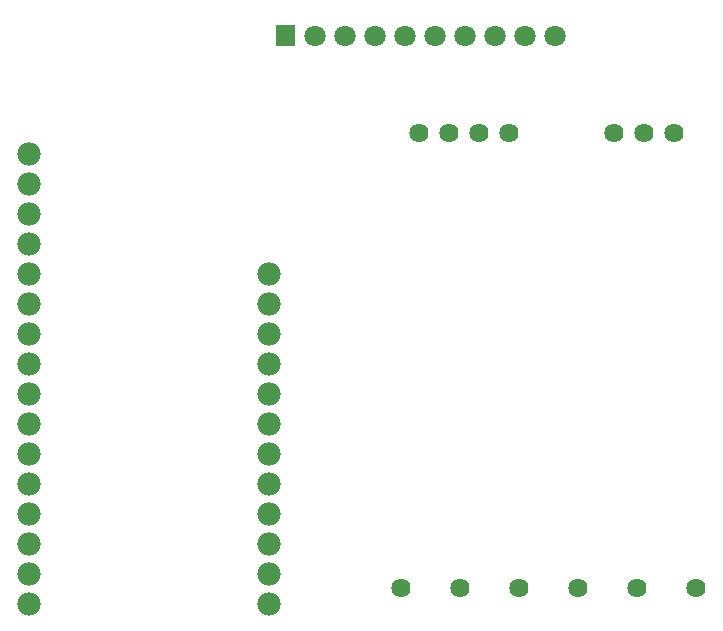
<source format=gts>
G04 Layer: TopSolderMaskLayer*
G04 EasyEDA v6.5.5, 2022-06-07 18:50:17*
G04 7653fe5fde93489792365d8cfc8fd1ed,10*
G04 Gerber Generator version 0.2*
G04 Scale: 100 percent, Rotated: No, Reflected: No *
G04 Dimensions in millimeters *
G04 leading zeros omitted , absolute positions ,4 integer and 5 decimal *
%FSLAX45Y45*%
%MOMM*%

%ADD21C,1.6256*%
%ADD22C,1.9812*%
%ADD23C,1.8016*%

%LPD*%
D21*
G01*
X4460011Y915898D03*
G01*
X4960010Y915898D03*
G01*
X5460009Y915898D03*
G01*
X5960008Y915898D03*
G01*
X6460007Y915898D03*
G01*
X6960006Y915898D03*
G01*
X4609998Y4765903D03*
G01*
X4863998Y4765903D03*
G01*
X5117998Y4765903D03*
G01*
X5371998Y4765903D03*
G01*
X6260007Y4765903D03*
G01*
X6514007Y4765903D03*
G01*
X6768007Y4765903D03*
D22*
G01*
X3340100Y3568700D03*
G01*
X3340100Y3314700D03*
G01*
X3340100Y3060700D03*
G01*
X3340100Y2806700D03*
G01*
X3340100Y2552700D03*
G01*
X3340100Y2298700D03*
G01*
X3340100Y2044700D03*
G01*
X3340100Y1790700D03*
G01*
X3340100Y1536700D03*
G01*
X3340100Y1282700D03*
G01*
X3340100Y1028700D03*
G01*
X3340100Y774700D03*
G01*
X1308100Y3568700D03*
G01*
X1308100Y3314700D03*
G01*
X1308100Y3060700D03*
G01*
X1308100Y2806700D03*
G01*
X1308100Y2552700D03*
G01*
X1308100Y2298700D03*
G01*
X1308100Y2044700D03*
G01*
X1308100Y1790700D03*
G01*
X1308100Y1536700D03*
G01*
X1308100Y1282700D03*
G01*
X1308100Y1028700D03*
G01*
X1308100Y774700D03*
G01*
X1308100Y3822700D03*
G01*
X1308100Y4076700D03*
G01*
X1308100Y4330700D03*
G01*
X1308100Y4584700D03*
D23*
G01*
X5765800Y5588000D03*
G01*
X5511800Y5588000D03*
G01*
X5257800Y5588000D03*
G01*
X5003800Y5588000D03*
G01*
X4749800Y5588000D03*
G01*
X4495800Y5588000D03*
G01*
X4241800Y5588000D03*
G01*
X3987800Y5588000D03*
G01*
X3733800Y5588000D03*
G36*
X3401059Y5497829D02*
G01*
X3401059Y5497918D01*
X3399535Y5498172D01*
X3398011Y5498934D01*
X3396995Y5499950D01*
X3396233Y5501474D01*
X3395979Y5502998D01*
X3395979Y5502910D01*
X3395979Y5673089D01*
X3396233Y5674525D01*
X3396995Y5676049D01*
X3398011Y5677065D01*
X3399535Y5677827D01*
X3401059Y5678081D01*
X3401059Y5678170D01*
X3558540Y5678170D01*
X3558540Y5678081D01*
X3560064Y5677827D01*
X3561588Y5677065D01*
X3562604Y5676049D01*
X3563366Y5674525D01*
X3563620Y5673089D01*
X3563620Y5502910D01*
X3563620Y5502998D01*
X3563366Y5501474D01*
X3562604Y5499950D01*
X3561588Y5498934D01*
X3560064Y5498172D01*
X3558540Y5497918D01*
X3558540Y5497829D01*
G37*
M02*

</source>
